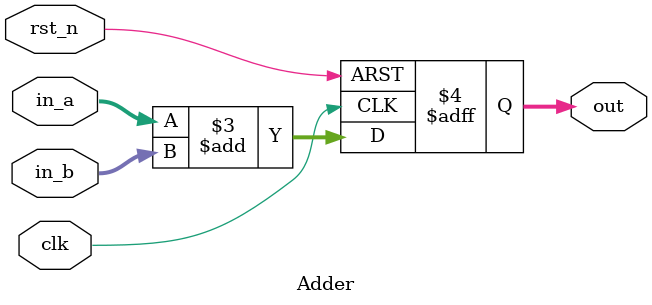
<source format=v>
`timescale 1ns/1ps

module MulandAddTree 
    #(parameter ADDRWIDTH = 2,SIZE=4, DATAWIDTH=8)(
    input  clk,    
    input  rst_n,
    input  enable,
    input  load,
    input  [DATAWIDTH-1:0]in_a,
    input  [DATAWIDTH-1:0]in_b,
    output reg [2*DATAWIDTH+1:0]out  
);
    reg  [DATAWIDTH-1:0] in_a_reg   [0:SIZE-1]; 
    reg  [DATAWIDTH-1:0] in_b_reg   [0:SIZE-1]; 
    wire [2*DATAWIDTH-1:0] mul_reg  [0:SIZE-1]; 
    wire [2*DATAWIDTH-1:0] add_1_reg  [0:SIZE/2-1]; 
    wire [2*DATAWIDTH-1:0] add_2_reg  [0:SIZE/4-1]; 
    wire [2*DATAWIDTH-1:0] add_3_reg  [0:SIZE/8-1]; 
    wire [2*DATAWIDTH-1:0] add_4_reg  [0:SIZE/16-1]; 
    wire [2*DATAWIDTH-1:0] add_5_reg  [0:SIZE/32-1]; 
    reg [ADDRWIDTH-1:0] counter;

    genvar i;
    generate 
        for(i=0;i<SIZE;i=i+1)begin
            Multiply M(.clk(clk),.rst_n(rst_n),.in_a(in_a_reg[i]),.in_b(in_b_reg[i]),.out(mul_reg[i]));
        end
        for(i=0;i<SIZE/2;i=i+1)begin
            Adder A_1(.clk(clk),.rst_n(rst_n),.in_a(mul_reg[2*i]),.in_b(mul_reg[2*i+1]),.out(add_1_reg[i]));
        end  
        if(SIZE/4!=0)begin
            for(i=0;i<SIZE/4;i=i+1)begin
                Adder A_2(.clk(clk),.rst_n(rst_n),.in_a(add_1_reg[2*i]),.in_b(add_1_reg[2*i+1]),.out(add_2_reg[i]));
            end  
        end
        if(SIZE/8!=0)begin
            for(i=0;i<SIZE/8;i=i+1)begin
                Adder A_3(.clk(clk),.rst_n(rst_n),.in_a(add_2_reg[2*i]),.in_b(add_2_reg[2*i+1]),.out(add_3_reg[i]));
            end  
        end
        if(SIZE/16!=0)begin
            for(i=0;i<SIZE/16;i=i+1)begin
                Adder A_3(.clk(clk),.rst_n(rst_n),.in_a(add_3_reg[2*i]),.in_b(add_3_reg[2*i+1]),.out(add_4_reg[i]));
            end  
        end
        if(SIZE/32!=0)begin
            for(i=0;i<SIZE/32;i=i+1)begin
                Adder A_4(.clk(clk),.rst_n(rst_n),.in_a(add_4_reg[2*i]),.in_b(add_4_reg[2*i+1]),.out(add_5_reg[i]));
            end  
        end
    endgenerate

    always @(posedge clk or negedge rst_n) begin 
        if(~rst_n) begin
            out<=0;
            counter<=0;
        end
        else if(enable)begin
            if(SIZE==2) out<=add_1_reg[0];
            else if(SIZE==4) out<=add_2_reg[0];
            else if(SIZE==8) out<=add_3_reg[0];
            else if(SIZE==16) out<=add_4_reg[0];
            else if(SIZE==32) out<=add_5_reg[0];
            else out<=0;
        end
        else if(load)begin
            in_a_reg[counter]<=in_a;
            in_b_reg[counter]<=in_b;
            counter<=counter+1;
        end
    end
endmodule


module Multiply
    #(parameter DATAWIDTH=8)(
    input  clk,
    input  rst_n,
    input  [DATAWIDTH-1:0] in_a,
    input  [DATAWIDTH-1:0] in_b,
    output reg [2*DATAWIDTH-1:0] out
);
    always @(posedge clk or negedge rst_n) begin 
        if(~rst_n) begin
            out<=0;
        end else begin
            out<=in_a*in_b;
        end
    end

endmodule


module Adder
    #(parameter DATAWIDTH=8)(
    input  clk,
    input  rst_n,
    input  [2*DATAWIDTH-1:0] in_a,
    input  [2*DATAWIDTH-1:0] in_b,
    output reg [2*DATAWIDTH-1:0] out
);
    always @(posedge clk or negedge rst_n) begin 
        if(~rst_n) begin
            out<=0;
        end else begin
            out<={0,in_a+in_b};
        end
    end

endmodule
</source>
